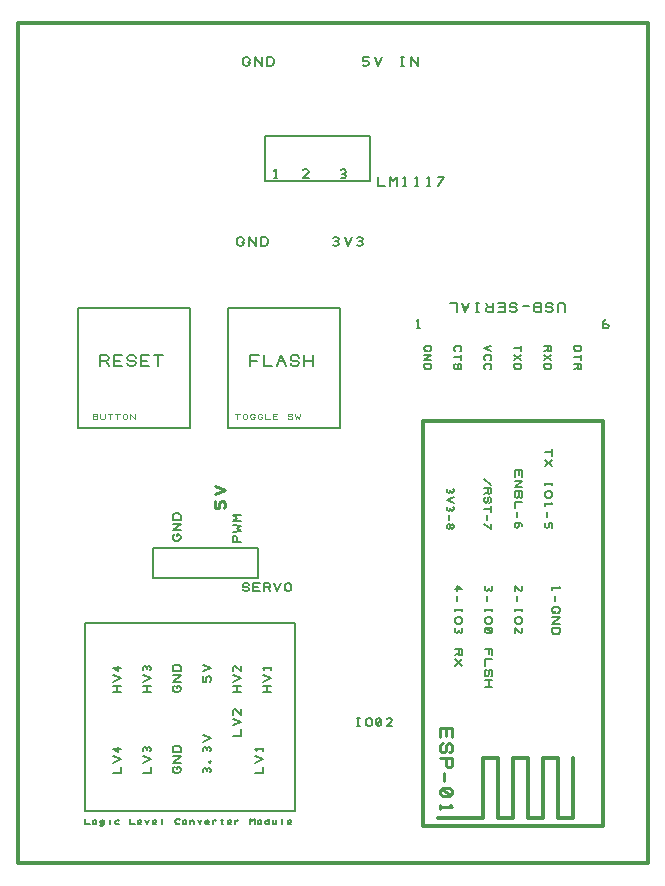
<source format=gbr>
G04 DesignSpark PCB Gerber Version 10.0 Build 5299*
G04 #@! TF.Part,Single*
G04 #@! TF.FileFunction,Legend,Top*
G04 #@! TF.FilePolarity,Positive*
%FSLAX35Y35*%
%MOIN*%
%ADD74C,0.00300*%
%ADD19C,0.00500*%
%ADD21C,0.00600*%
%ADD20C,0.00700*%
%ADD71C,0.00800*%
%ADD28C,0.00900*%
%ADD70C,0.01000*%
%ADD18C,0.01200*%
G04 #@! TD.AperFunction*
X0Y0D02*
D02*
D18*
X600Y600D02*
X210600D01*
Y280600D01*
X600D01*
Y600D01*
X140600Y15600D02*
X155600D01*
Y35600D01*
X160600D01*
Y15600D01*
X165600D01*
Y35600D01*
X170600D01*
Y15600D01*
X175600D01*
Y35600D01*
X180600D01*
Y15600D01*
X185600D01*
Y35600D01*
X195600Y148100D02*
X135600D01*
Y13100D01*
X195600D01*
Y148100D01*
D02*
D19*
X20600Y145600D02*
X58100D01*
Y185600D01*
X20600D01*
Y145600D01*
X23100Y15444D02*
Y13569D01*
X24663D01*
X25600Y14037D02*
X25756Y13725D01*
X26069Y13569D01*
X26381D01*
X26694Y13725D01*
X26850Y14037D01*
Y14350D01*
X26694Y14663D01*
X26381Y14819D01*
X26069D01*
X25756Y14663D01*
X25600Y14350D01*
Y14037D01*
X29350Y14350D02*
X29194Y14663D01*
X28881Y14819D01*
X28569D01*
X28256Y14663D01*
X28100Y14350D01*
Y14194D01*
X28256Y13881D01*
X28569Y13725D01*
X28881D01*
X29194Y13881D01*
X29350Y14194D01*
Y14819D02*
Y13569D01*
X29194Y13256D01*
X28881Y13100D01*
X28413D01*
X28100Y13256D01*
X31225Y13569D02*
Y14819D01*
Y15287D02*
X34350Y14663D02*
X34037Y14819D01*
X33569D01*
X33256Y14663D01*
X33100Y14350D01*
Y14037D01*
X33256Y13725D01*
X33569Y13569D01*
X34037D01*
X34350Y13725D01*
X38100Y15444D02*
Y13569D01*
X39663D01*
X41850Y13725D02*
X41694Y13569D01*
X41381D01*
X41069D01*
X40756Y13725D01*
X40600Y14037D01*
Y14506D01*
X40756Y14663D01*
X41069Y14819D01*
X41381D01*
X41694Y14663D01*
X41850Y14506D01*
Y14350D01*
X41694Y14194D01*
X41381Y14037D01*
X41069D01*
X40756Y14194D01*
X40600Y14350D01*
X43100Y14819D02*
X43725Y13569D01*
X44350Y14819D01*
X46850Y13725D02*
X46694Y13569D01*
X46381D01*
X46069D01*
X45756Y13725D01*
X45600Y14037D01*
Y14506D01*
X45756Y14663D01*
X46069Y14819D01*
X46381D01*
X46694Y14663D01*
X46850Y14506D01*
Y14350D01*
X46694Y14194D01*
X46381Y14037D01*
X46069D01*
X45756Y14194D01*
X45600Y14350D01*
X48881Y13569D02*
X48725D01*
Y15444D01*
X54663Y13881D02*
X54506Y13725D01*
X54194Y13569D01*
X53725D01*
X53413Y13725D01*
X53256Y13881D01*
X53100Y14194D01*
Y14819D01*
X53256Y15131D01*
X53413Y15287D01*
X53725Y15444D01*
X54194D01*
X54506Y15287D01*
X54663Y15131D01*
X55600Y14037D02*
X55756Y13725D01*
X56069Y13569D01*
X56381D01*
X56694Y13725D01*
X56850Y14037D01*
Y14350D01*
X56694Y14663D01*
X56381Y14819D01*
X56069D01*
X55756Y14663D01*
X55600Y14350D01*
Y14037D01*
X58100Y13569D02*
Y14819D01*
Y14350D02*
X58256Y14663D01*
X58569Y14819D01*
X58881D01*
X59194Y14663D01*
X59350Y14350D01*
Y13569D01*
X60600Y14819D02*
X61225Y13569D01*
X61850Y14819D01*
X64350Y13725D02*
X64194Y13569D01*
X63881D01*
X63569D01*
X63256Y13725D01*
X63100Y14037D01*
Y14506D01*
X63256Y14663D01*
X63569Y14819D01*
X63881D01*
X64194Y14663D01*
X64350Y14506D01*
Y14350D01*
X64194Y14194D01*
X63881Y14037D01*
X63569D01*
X63256Y14194D01*
X63100Y14350D01*
X65600Y13569D02*
Y14819D01*
Y14350D02*
X65756Y14663D01*
X66069Y14819D01*
X66381D01*
X66694Y14663D01*
X68360Y14819D02*
X69090D01*
X68725Y15131D02*
Y13725D01*
X68881Y13569D01*
X69037D01*
X69194Y13725D01*
X71850D02*
X71694Y13569D01*
X71381D01*
X71069D01*
X70756Y13725D01*
X70600Y14037D01*
Y14506D01*
X70756Y14663D01*
X71069Y14819D01*
X71381D01*
X71694Y14663D01*
X71850Y14506D01*
Y14350D01*
X71694Y14194D01*
X71381Y14037D01*
X71069D01*
X70756Y14194D01*
X70600Y14350D01*
X73100Y13569D02*
Y14819D01*
Y14350D02*
X73256Y14663D01*
X73569Y14819D01*
X73881D01*
X74194Y14663D01*
X78100Y13569D02*
Y15444D01*
X78881Y14506D01*
X79663Y15444D01*
Y13569D01*
X80600Y14037D02*
X80756Y13725D01*
X81069Y13569D01*
X81381D01*
X81694Y13725D01*
X81850Y14037D01*
Y14350D01*
X81694Y14663D01*
X81381Y14819D01*
X81069D01*
X80756Y14663D01*
X80600Y14350D01*
Y14037D01*
X84350Y14350D02*
X84194Y14663D01*
X83881Y14819D01*
X83569D01*
X83256Y14663D01*
X83100Y14350D01*
Y14037D01*
X83256Y13725D01*
X83569Y13569D01*
X83881D01*
X84194Y13725D01*
X84350Y14037D01*
Y13569D02*
Y15444D01*
X85600Y14819D02*
Y14037D01*
X85756Y13725D01*
X86069Y13569D01*
X86381D01*
X86694Y13725D01*
X86850Y14037D01*
Y14819D02*
Y13569D01*
X88881D02*
X88725D01*
Y15444D01*
X91850Y13725D02*
X91694Y13569D01*
X91381D01*
X91069D01*
X90756Y13725D01*
X90600Y14037D01*
Y14506D01*
X90756Y14663D01*
X91069Y14819D01*
X91381D01*
X91694Y14663D01*
X91850Y14506D01*
Y14350D01*
X91694Y14194D01*
X91381Y14037D01*
X91069D01*
X90756Y14194D01*
X90600Y14350D01*
X23100Y18100D02*
X93100D01*
Y80600D01*
X23100D01*
Y18100D01*
X32319Y30600D02*
X34944D01*
Y32787D01*
X32319Y34100D02*
X34944Y35194D01*
X32319Y36287D01*
X34944Y38694D02*
X32319D01*
X34069Y37600D01*
Y39350D01*
X34944Y57600D02*
X32319D01*
X33631D02*
Y59787D01*
X34944D02*
X32319D01*
Y61100D02*
X34944Y62194D01*
X32319Y63287D01*
X34944Y65694D02*
X32319D01*
X34069Y64600D01*
Y66350D01*
X42319Y30600D02*
X44944D01*
Y32787D01*
X42319Y34100D02*
X44944Y35194D01*
X42319Y36287D01*
X44725Y37819D02*
X44944Y38256D01*
Y38694D01*
X44725Y39131D01*
X44287Y39350D01*
X43850Y39131D01*
X43631Y38694D01*
Y38256D01*
Y38694D02*
X43413Y39131D01*
X42975Y39350D01*
X42537Y39131D01*
X42319Y38694D01*
Y38256D01*
X42537Y37819D01*
X44944Y57600D02*
X42319D01*
X43631D02*
Y59787D01*
X44944D02*
X42319D01*
Y61100D02*
X44944Y62194D01*
X42319Y63287D01*
X44725Y64819D02*
X44944Y65256D01*
Y65694D01*
X44725Y66131D01*
X44287Y66350D01*
X43850Y66131D01*
X43631Y65694D01*
Y65256D01*
Y65694D02*
X43413Y66131D01*
X42975Y66350D01*
X42537Y66131D01*
X42319Y65694D01*
Y65256D01*
X42537Y64819D01*
X45600Y95600D02*
X80600D01*
Y105600D01*
X45600D01*
Y95600D01*
X53850Y32131D02*
Y32787D01*
X54069D01*
X54506Y32569D01*
X54725Y32350D01*
X54944Y31913D01*
Y31475D01*
X54725Y31037D01*
X54506Y30819D01*
X54069Y30600D01*
X53194D01*
X52756Y30819D01*
X52537Y31037D01*
X52319Y31475D01*
Y31913D01*
X52537Y32350D01*
X52756Y32569D01*
X53194Y32787D01*
X54944Y34100D02*
X52319D01*
X54944Y36287D01*
X52319D01*
X54944Y37600D02*
X52319D01*
Y38913D01*
X52537Y39350D01*
X52756Y39569D01*
X53194Y39787D01*
X54069D01*
X54506Y39569D01*
X54725Y39350D01*
X54944Y38913D01*
Y37600D01*
X53850Y59131D02*
Y59787D01*
X54069D01*
X54506Y59569D01*
X54725Y59350D01*
X54944Y58913D01*
Y58475D01*
X54725Y58037D01*
X54506Y57819D01*
X54069Y57600D01*
X53194D01*
X52756Y57819D01*
X52537Y58037D01*
X52319Y58475D01*
Y58913D01*
X52537Y59350D01*
X52756Y59569D01*
X53194Y59787D01*
X54944Y61100D02*
X52319D01*
X54944Y63287D01*
X52319D01*
X54944Y64600D02*
X52319D01*
Y65913D01*
X52537Y66350D01*
X52756Y66569D01*
X53194Y66787D01*
X54069D01*
X54506Y66569D01*
X54725Y66350D01*
X54944Y65913D01*
Y64600D01*
X53850Y109631D02*
Y110287D01*
X54069D01*
X54506Y110069D01*
X54725Y109850D01*
X54944Y109413D01*
Y108975D01*
X54725Y108537D01*
X54506Y108319D01*
X54069Y108100D01*
X53194D01*
X52756Y108319D01*
X52537Y108537D01*
X52319Y108975D01*
Y109413D01*
X52537Y109850D01*
X52756Y110069D01*
X53194Y110287D01*
X54944Y111600D02*
X52319D01*
X54944Y113787D01*
X52319D01*
X54944Y115100D02*
X52319D01*
Y116413D01*
X52537Y116850D01*
X52756Y117069D01*
X53194Y117287D01*
X54069D01*
X54506Y117069D01*
X54725Y116850D01*
X54944Y116413D01*
Y115100D01*
X64725Y30819D02*
X64944Y31256D01*
Y31694D01*
X64725Y32131D01*
X64287Y32350D01*
X63850Y32131D01*
X63631Y31694D01*
Y31256D01*
Y31694D02*
X63413Y32131D01*
X62975Y32350D01*
X62537Y32131D01*
X62319Y31694D01*
Y31256D01*
X62537Y30819D01*
X64944Y34319D02*
X64725Y34537D01*
X64506Y34319D01*
X64725Y34100D01*
X64944Y34319D01*
X64725Y37819D02*
X64944Y38256D01*
Y38694D01*
X64725Y39131D01*
X64287Y39350D01*
X63850Y39131D01*
X63631Y38694D01*
Y38256D01*
Y38694D02*
X63413Y39131D01*
X62975Y39350D01*
X62537Y39131D01*
X62319Y38694D01*
Y38256D01*
X62537Y37819D01*
X62319Y41100D02*
X64944Y42194D01*
X62319Y43287D01*
X64725Y61100D02*
X64944Y61537D01*
Y62194D01*
X64725Y62631D01*
X64287Y62850D01*
X64069D01*
X63631Y62631D01*
X63413Y62194D01*
Y61100D01*
X62319D01*
Y62850D01*
Y64600D02*
X64944Y65694D01*
X62319Y66787D01*
X70600Y145600D02*
X108100D01*
Y185600D01*
X70600D01*
Y145600D01*
X72319Y43100D02*
X74944D01*
Y45287D01*
X72319Y46600D02*
X74944Y47694D01*
X72319Y48787D01*
X74944Y51850D02*
Y50100D01*
X73413Y51631D01*
X72975Y51850D01*
X72537Y51631D01*
X72319Y51194D01*
Y50537D01*
X72537Y50100D01*
X74944Y57600D02*
X72319D01*
X73631D02*
Y59787D01*
X74944D02*
X72319D01*
Y61100D02*
X74944Y62194D01*
X72319Y63287D01*
X74944Y66350D02*
Y64600D01*
X73413Y66131D01*
X72975Y66350D01*
X72537Y66131D01*
X72319Y65694D01*
Y65037D01*
X72537Y64600D01*
X75600Y91913D02*
X75819Y91475D01*
X76256Y91256D01*
X77131D01*
X77569Y91475D01*
X77787Y91913D01*
X77569Y92350D01*
X77131Y92569D01*
X76256D01*
X75819Y92787D01*
X75600Y93225D01*
X75819Y93663D01*
X76256Y93881D01*
X77131D01*
X77569Y93663D01*
X77787Y93225D01*
X79100Y91256D02*
Y93881D01*
X81287D01*
X80850Y92569D02*
X79100D01*
Y91256D02*
X81287D01*
X82600D02*
Y93881D01*
X84131D01*
X84569Y93663D01*
X84787Y93225D01*
X84569Y92787D01*
X84131Y92569D01*
X82600D01*
X84131D02*
X84787Y91256D01*
X86100Y93881D02*
X87194Y91256D01*
X88287Y93881D01*
X89600Y92131D02*
Y93006D01*
X89819Y93444D01*
X90037Y93663D01*
X90475Y93881D01*
X90913D01*
X91350Y93663D01*
X91569Y93444D01*
X91787Y93006D01*
Y92131D01*
X91569Y91694D01*
X91350Y91475D01*
X90913Y91256D01*
X90475D01*
X90037Y91475D01*
X89819Y91694D01*
X89600Y92131D01*
X74944Y107600D02*
X72319D01*
Y109131D01*
X72537Y109569D01*
X72975Y109787D01*
X73413Y109569D01*
X73631Y109131D01*
Y107600D01*
X72319Y111100D02*
X74944Y111319D01*
X73631Y112194D01*
X74944Y113069D01*
X72319Y113287D01*
X74944Y114600D02*
X72319D01*
X73631Y115694D01*
X72319Y116787D01*
X74944D01*
X79819Y30600D02*
X82444D01*
Y32787D01*
X79819Y34100D02*
X82444Y35194D01*
X79819Y36287D01*
X82444Y38037D02*
Y38913D01*
Y38475D02*
X79819D01*
X80256Y38037D01*
X83100Y228100D02*
X118100D01*
Y243100D01*
X83100D01*
Y228100D01*
X84944Y57600D02*
X82319D01*
X83631D02*
Y59787D01*
X84944D02*
X82319D01*
Y61100D02*
X84944Y62194D01*
X82319Y63287D01*
X84944Y65037D02*
Y65913D01*
Y65475D02*
X82319D01*
X82756Y65037D01*
X137100Y171787D02*
Y171225D01*
X136913D01*
X136537Y171413D01*
X136350Y171600D01*
X136163Y171975D01*
Y172350D01*
X136350Y172725D01*
X136537Y172913D01*
X136913Y173100D01*
X137663D01*
X138037Y172913D01*
X138225Y172725D01*
X138413Y172350D01*
Y171975D01*
X138225Y171600D01*
X138037Y171413D01*
X137663Y171225D01*
X136163Y170100D02*
X138413D01*
X136163Y168225D01*
X138413D01*
X136163Y167100D02*
X138413D01*
Y165975D01*
X138225Y165600D01*
X138037Y165413D01*
X137663Y165225D01*
X136913D01*
X136537Y165413D01*
X136350Y165600D01*
X136163Y165975D01*
Y167100D01*
X143850Y125413D02*
X143663Y125037D01*
Y124663D01*
X143850Y124287D01*
X144225Y124100D01*
X144600Y124287D01*
X144787Y124663D01*
Y125037D01*
Y124663D02*
X144975Y124287D01*
X145350Y124100D01*
X145725Y124287D01*
X145913Y124663D01*
Y125037D01*
X145725Y125413D01*
X145913Y122600D02*
X143663Y121663D01*
X145913Y120725D01*
X143850Y119413D02*
X143663Y119037D01*
Y118663D01*
X143850Y118287D01*
X144225Y118100D01*
X144600Y118287D01*
X144787Y118663D01*
Y119037D01*
Y118663D02*
X144975Y118287D01*
X145350Y118100D01*
X145725Y118287D01*
X145913Y118663D01*
Y119037D01*
X145725Y119413D01*
X144413Y116600D02*
Y115100D01*
X144787Y113037D02*
Y112663D01*
X144975Y112287D01*
X145350Y112100D01*
X145725Y112287D01*
X145913Y112663D01*
Y113037D01*
X145725Y113413D01*
X145350Y113600D01*
X144975Y113413D01*
X144787Y113037D01*
X144600Y113413D01*
X144225Y113600D01*
X143850Y113413D01*
X143663Y113037D01*
Y112663D01*
X143850Y112287D01*
X144225Y112100D01*
X144600Y112287D01*
X144787Y112663D01*
X146256Y92006D02*
X148881D01*
X147131Y93100D01*
Y91350D01*
Y89600D02*
Y87850D01*
X146256Y85444D02*
Y84569D01*
Y85006D02*
X148881D01*
Y85444D02*
Y84569D01*
X147131Y82600D02*
X148006D01*
X148444Y82381D01*
X148663Y82163D01*
X148881Y81725D01*
Y81287D01*
X148663Y80850D01*
X148444Y80631D01*
X148006Y80413D01*
X147131D01*
X146694Y80631D01*
X146475Y80850D01*
X146256Y81287D01*
Y81725D01*
X146475Y82163D01*
X146694Y82381D01*
X147131Y82600D01*
X146475Y78881D02*
X146256Y78444D01*
Y78006D01*
X146475Y77569D01*
X146913Y77350D01*
X147350Y77569D01*
X147569Y78006D01*
Y78444D01*
Y78006D02*
X147787Y77569D01*
X148225Y77350D01*
X148663Y77569D01*
X148881Y78006D01*
Y78444D01*
X148663Y78881D01*
X146256Y72100D02*
X148881D01*
Y70569D01*
X148663Y70131D01*
X148225Y69913D01*
X147787Y70131D01*
X147569Y70569D01*
Y72100D01*
Y70569D02*
X146256Y69913D01*
Y68600D02*
X148881Y66413D01*
Y68600D02*
X146256Y66413D01*
X146537Y171225D02*
X146350Y171413D01*
X146163Y171787D01*
Y172350D01*
X146350Y172725D01*
X146537Y172913D01*
X146913Y173100D01*
X147663D01*
X148037Y172913D01*
X148225Y172725D01*
X148413Y172350D01*
Y171787D01*
X148225Y171413D01*
X148037Y171225D01*
X146163Y169163D02*
X148413D01*
Y170100D02*
Y168225D01*
X146725Y167100D02*
X146350Y166913D01*
X146163Y166537D01*
Y165787D01*
X146350Y165413D01*
X146725Y165225D01*
X147100Y165413D01*
X147287Y165787D01*
Y166537D01*
X147475Y166913D01*
X147850Y167100D01*
X148225Y166913D01*
X148413Y166537D01*
Y165787D01*
X148225Y165413D01*
X147850Y165225D01*
X156475Y92881D02*
X156256Y92444D01*
Y92006D01*
X156475Y91569D01*
X156913Y91350D01*
X157350Y91569D01*
X157569Y92006D01*
Y92444D01*
Y92006D02*
X157787Y91569D01*
X158225Y91350D01*
X158663Y91569D01*
X158881Y92006D01*
Y92444D01*
X158663Y92881D01*
X157131Y89600D02*
Y87850D01*
X156256Y85444D02*
Y84569D01*
Y85006D02*
X158881D01*
Y85444D02*
Y84569D01*
X157131Y82600D02*
X158006D01*
X158444Y82381D01*
X158663Y82163D01*
X158881Y81725D01*
Y81287D01*
X158663Y80850D01*
X158444Y80631D01*
X158006Y80413D01*
X157131D01*
X156694Y80631D01*
X156475Y80850D01*
X156256Y81287D01*
Y81725D01*
X156475Y82163D01*
X156694Y82381D01*
X157131Y82600D01*
X156475Y78881D02*
X156256Y78444D01*
Y78006D01*
X156475Y77569D01*
X156913Y77350D01*
X158225D01*
X158663Y77569D01*
X158881Y78006D01*
Y78444D01*
X158663Y78881D01*
X158225Y79100D01*
X156913D01*
X156475Y78881D01*
X158663Y77569D01*
X156256Y72100D02*
X158881D01*
Y69913D01*
X157569Y70350D02*
Y72100D01*
X158881Y68600D02*
X156256D01*
Y66413D01*
X156913Y65100D02*
X156475Y64881D01*
X156256Y64444D01*
Y63569D01*
X156475Y63131D01*
X156913Y62913D01*
X157350Y63131D01*
X157569Y63569D01*
Y64444D01*
X157787Y64881D01*
X158225Y65100D01*
X158663Y64881D01*
X158881Y64444D01*
Y63569D01*
X158663Y63131D01*
X158225Y62913D01*
X156256Y61600D02*
X158881D01*
X157569D02*
Y59413D01*
X156256D02*
X158881D01*
X156163Y128600D02*
X158413Y126725D01*
X156163Y125600D02*
X158413D01*
Y124287D01*
X158225Y123913D01*
X157850Y123725D01*
X157475Y123913D01*
X157287Y124287D01*
Y125600D01*
Y124287D02*
X156163Y123725D01*
X156725Y122600D02*
X156350Y122413D01*
X156163Y122037D01*
Y121287D01*
X156350Y120913D01*
X156725Y120725D01*
X157100Y120913D01*
X157287Y121287D01*
Y122037D01*
X157475Y122413D01*
X157850Y122600D01*
X158225Y122413D01*
X158413Y122037D01*
Y121287D01*
X158225Y120913D01*
X157850Y120725D01*
X156163Y118663D02*
X158413D01*
Y119600D02*
Y117725D01*
X156913Y116600D02*
Y115100D01*
X156163Y113600D02*
X158413Y112100D01*
Y113600D01*
Y173100D02*
X156163Y172163D01*
X158413Y171225D01*
X156537Y168225D02*
X156350Y168413D01*
X156163Y168787D01*
Y169350D01*
X156350Y169725D01*
X156537Y169913D01*
X156913Y170100D01*
X157663D01*
X158037Y169913D01*
X158225Y169725D01*
X158413Y169350D01*
Y168787D01*
X158225Y168413D01*
X158037Y168225D01*
X156537Y165225D02*
X156350Y165413D01*
X156163Y165787D01*
Y166350D01*
X156350Y166725D01*
X156537Y166913D01*
X156913Y167100D01*
X157663D01*
X158037Y166913D01*
X158225Y166725D01*
X158413Y166350D01*
Y165787D01*
X158225Y165413D01*
X158037Y165225D01*
X166256Y91350D02*
Y93100D01*
X167787Y91569D01*
X168225Y91350D01*
X168663Y91569D01*
X168881Y92006D01*
Y92663D01*
X168663Y93100D01*
X167131Y89600D02*
Y87850D01*
X166256Y85444D02*
Y84569D01*
Y85006D02*
X168881D01*
Y85444D02*
Y84569D01*
X167131Y82600D02*
X168006D01*
X168444Y82381D01*
X168663Y82163D01*
X168881Y81725D01*
Y81287D01*
X168663Y80850D01*
X168444Y80631D01*
X168006Y80413D01*
X167131D01*
X166694Y80631D01*
X166475Y80850D01*
X166256Y81287D01*
Y81725D01*
X166475Y82163D01*
X166694Y82381D01*
X167131Y82600D01*
X166256Y77350D02*
Y79100D01*
X167787Y77569D01*
X168225Y77350D01*
X168663Y77569D01*
X168881Y78006D01*
Y78663D01*
X168663Y79100D01*
X166256Y131600D02*
X168881D01*
Y129413D01*
X167569Y129850D02*
Y131600D01*
X166256D02*
Y129413D01*
Y128100D02*
X168881D01*
X166256Y125913D01*
X168881D01*
X167569Y123069D02*
X167350Y122631D01*
X166913Y122413D01*
X166475Y122631D01*
X166256Y123069D01*
Y124600D01*
X168881D01*
Y123069D01*
X168663Y122631D01*
X168225Y122413D01*
X167787Y122631D01*
X167569Y123069D01*
Y124600D01*
X168881Y121100D02*
X166256D01*
Y118913D01*
X167131Y117600D02*
Y115850D01*
X166913Y114100D02*
X167350Y113881D01*
X167569Y113444D01*
Y113006D01*
X167350Y112569D01*
X166913Y112350D01*
X166475Y112569D01*
X166256Y113006D01*
Y113444D01*
X166475Y113881D01*
X166913Y114100D01*
X167569D01*
X168225Y113881D01*
X168663Y113444D01*
X168881Y113006D01*
X166163Y172163D02*
X168413D01*
Y173100D02*
Y171225D01*
X166163Y170100D02*
X168413Y168225D01*
Y170100D02*
X166163Y168225D01*
Y167100D02*
X168413D01*
Y165975D01*
X168225Y165600D01*
X168037Y165413D01*
X167663Y165225D01*
X166913D01*
X166537Y165413D01*
X166350Y165600D01*
X166163Y165975D01*
Y167100D01*
X176256Y137506D02*
X178881D01*
Y138600D02*
Y136413D01*
X176256Y135100D02*
X178881Y132913D01*
Y135100D02*
X176256Y132913D01*
Y127444D02*
Y126569D01*
Y127006D02*
X178881D01*
Y127444D02*
Y126569D01*
X177131Y124600D02*
X178006D01*
X178444Y124381D01*
X178663Y124163D01*
X178881Y123725D01*
Y123287D01*
X178663Y122850D01*
X178444Y122631D01*
X178006Y122413D01*
X177131D01*
X176694Y122631D01*
X176475Y122850D01*
X176256Y123287D01*
Y123725D01*
X176475Y124163D01*
X176694Y124381D01*
X177131Y124600D01*
X176256Y120663D02*
Y119787D01*
Y120225D02*
X178881D01*
X178444Y120663D01*
X177131Y117600D02*
Y115850D01*
X176475Y114100D02*
X176256Y113663D01*
Y113006D01*
X176475Y112569D01*
X176913Y112350D01*
X177131D01*
X177569Y112569D01*
X177787Y113006D01*
Y114100D01*
X178881D01*
Y112350D01*
X176163Y173100D02*
X178413D01*
Y171787D01*
X178225Y171413D01*
X177850Y171225D01*
X177475Y171413D01*
X177287Y171787D01*
Y173100D01*
Y171787D02*
X176163Y171225D01*
Y170100D02*
X178413Y168225D01*
Y170100D02*
X176163Y168225D01*
Y167100D02*
X178413D01*
Y165975D01*
X178225Y165600D01*
X178037Y165413D01*
X177663Y165225D01*
X176913D01*
X176537Y165413D01*
X176350Y165600D01*
X176163Y165975D01*
Y167100D01*
X178756Y92663D02*
Y91787D01*
Y92225D02*
X181381D01*
X180944Y92663D01*
X179631Y89600D02*
Y87850D01*
X179850Y84569D02*
Y83913D01*
X179631D01*
X179194Y84131D01*
X178975Y84350D01*
X178756Y84787D01*
Y85225D01*
X178975Y85663D01*
X179194Y85881D01*
X179631Y86100D01*
X180506D01*
X180944Y85881D01*
X181163Y85663D01*
X181381Y85225D01*
Y84787D01*
X181163Y84350D01*
X180944Y84131D01*
X180506Y83913D01*
X178756Y82600D02*
X181381D01*
X178756Y80413D01*
X181381D01*
X178756Y79100D02*
X181381D01*
Y77787D01*
X181163Y77350D01*
X180944Y77131D01*
X180506Y76913D01*
X179631D01*
X179194Y77131D01*
X178975Y77350D01*
X178756Y77787D01*
Y79100D01*
X186163Y173100D02*
X188413D01*
Y171975D01*
X188225Y171600D01*
X188037Y171413D01*
X187663Y171225D01*
X186913D01*
X186537Y171413D01*
X186350Y171600D01*
X186163Y171975D01*
Y173100D01*
Y169163D02*
X188413D01*
Y170100D02*
Y168225D01*
X186163Y167100D02*
X188413D01*
Y165787D01*
X188225Y165413D01*
X187850Y165225D01*
X187475Y165413D01*
X187287Y165787D01*
Y167100D01*
Y165787D02*
X186163Y165225D01*
D02*
D70*
X141537Y45600D02*
X145287D01*
Y42475D01*
X143413Y43100D02*
Y45600D01*
X141537D02*
Y42475D01*
X142475Y40600D02*
X141850Y40287D01*
X141537Y39663D01*
Y38413D01*
X141850Y37787D01*
X142475Y37475D01*
X143100Y37787D01*
X143413Y38413D01*
Y39663D01*
X143725Y40287D01*
X144350Y40600D01*
X144975Y40287D01*
X145287Y39663D01*
Y38413D01*
X144975Y37787D01*
X144350Y37475D01*
X141537Y35600D02*
X145287D01*
Y33413D01*
X144975Y32787D01*
X144350Y32475D01*
X143725Y32787D01*
X143413Y33413D01*
Y35600D01*
X142787Y30600D02*
Y28100D01*
X141850Y25287D02*
X141537Y24663D01*
Y24037D01*
X141850Y23413D01*
X142475Y23100D01*
X144350D01*
X144975Y23413D01*
X145287Y24037D01*
Y24663D01*
X144975Y25287D01*
X144350Y25600D01*
X142475D01*
X141850Y25287D01*
X144975Y23413D01*
X141537Y19975D02*
Y18725D01*
Y19350D02*
X145287D01*
X144663Y19975D01*
D02*
D71*
X183100Y184350D02*
Y186600D01*
X182850Y187100D01*
X182350Y187350D01*
X181350D01*
X180850Y187100D01*
X180600Y186600D01*
Y184350D01*
X179100Y186600D02*
X178850Y187100D01*
X178350Y187350D01*
X177350D01*
X176850Y187100D01*
X176600Y186600D01*
X176850Y186100D01*
X177350Y185850D01*
X178350D01*
X178850Y185600D01*
X179100Y185100D01*
X178850Y184600D01*
X178350Y184350D01*
X177350D01*
X176850Y184600D01*
X176600Y185100D01*
X173350Y185850D02*
X172850Y186100D01*
X172600Y186600D01*
X172850Y187100D01*
X173350Y187350D01*
X175100D01*
Y184350D01*
X173350D01*
X172850Y184600D01*
X172600Y185100D01*
X172850Y185600D01*
X173350Y185850D01*
X175100D01*
X171100Y186350D02*
X169100D01*
X167100Y186600D02*
X166850Y187100D01*
X166350Y187350D01*
X165350D01*
X164850Y187100D01*
X164600Y186600D01*
X164850Y186100D01*
X165350Y185850D01*
X166350D01*
X166850Y185600D01*
X167100Y185100D01*
X166850Y184600D01*
X166350Y184350D01*
X165350D01*
X164850Y184600D01*
X164600Y185100D01*
X163100Y187350D02*
Y184350D01*
X160600D01*
X161100Y185850D02*
X163100D01*
Y187350D02*
X160600D01*
X159100D02*
Y184350D01*
X157350D01*
X156850Y184600D01*
X156600Y185100D01*
X156850Y185600D01*
X157350Y185850D01*
X159100D01*
X157350D02*
X156600Y187350D01*
X154350D02*
X153350D01*
X153850D02*
Y184350D01*
X154350D02*
X153350D01*
X151100Y187350D02*
X149850Y184350D01*
X148600Y187350D01*
X150600Y186100D02*
X149100D01*
X147100Y184350D02*
Y187350D01*
X144600D01*
D02*
D20*
X77350Y267600D02*
X78100D01*
Y267350D01*
X77850Y266850D01*
X77600Y266600D01*
X77100Y266350D01*
X76600D01*
X76100Y266600D01*
X75850Y266850D01*
X75600Y267350D01*
Y268350D01*
X75850Y268850D01*
X76100Y269100D01*
X76600Y269350D01*
X77100D01*
X77600Y269100D01*
X77850Y268850D01*
X78100Y268350D01*
X79600Y266350D02*
Y269350D01*
X82100Y266350D01*
Y269350D01*
X83600Y266350D02*
Y269350D01*
X85100D01*
X85600Y269100D01*
X85850Y268850D01*
X86100Y268350D01*
Y267350D01*
X85850Y266850D01*
X85600Y266600D01*
X85100Y266350D01*
X83600D01*
X75350Y207600D02*
X76100D01*
Y207350D01*
X75850Y206850D01*
X75600Y206600D01*
X75100Y206350D01*
X74600D01*
X74100Y206600D01*
X73850Y206850D01*
X73600Y207350D01*
Y208350D01*
X73850Y208850D01*
X74100Y209100D01*
X74600Y209350D01*
X75100D01*
X75600Y209100D01*
X75850Y208850D01*
X76100Y208350D01*
X77600Y206350D02*
Y209350D01*
X80100Y206350D01*
Y209350D01*
X81600Y206350D02*
Y209350D01*
X83100D01*
X83600Y209100D01*
X83850Y208850D01*
X84100Y208350D01*
Y207350D01*
X83850Y206850D01*
X83600Y206600D01*
X83100Y206350D01*
X81600D01*
X86100Y228850D02*
X87100D01*
X86600D02*
Y231850D01*
X86100Y231350D01*
X97600Y228850D02*
X95600D01*
X97350Y230600D01*
X97600Y231100D01*
X97350Y231600D01*
X96850Y231850D01*
X96100D01*
X95600Y231600D01*
X105850Y206600D02*
X106350Y206350D01*
X106850D01*
X107350Y206600D01*
X107600Y207100D01*
X107350Y207600D01*
X106850Y207850D01*
X106350D01*
X106850D02*
X107350Y208100D01*
X107600Y208600D01*
X107350Y209100D01*
X106850Y209350D01*
X106350D01*
X105850Y209100D01*
X109600Y209350D02*
X110850Y206350D01*
X112100Y209350D01*
X113850Y206600D02*
X114350Y206350D01*
X114850D01*
X115350Y206600D01*
X115600Y207100D01*
X115350Y207600D01*
X114850Y207850D01*
X114350D01*
X114850D02*
X115350Y208100D01*
X115600Y208600D01*
X115350Y209100D01*
X114850Y209350D01*
X114350D01*
X113850Y209100D01*
X108350Y229100D02*
X108850Y228850D01*
X109350D01*
X109850Y229100D01*
X110100Y229600D01*
X109850Y230100D01*
X109350Y230350D01*
X108850D01*
X109350D02*
X109850Y230600D01*
X110100Y231100D01*
X109850Y231600D01*
X109350Y231850D01*
X108850D01*
X108350Y231600D01*
X115600Y266600D02*
X116100Y266350D01*
X116850D01*
X117350Y266600D01*
X117600Y267100D01*
Y267350D01*
X117350Y267850D01*
X116850Y268100D01*
X115600D01*
Y269350D01*
X117600D01*
X119600D02*
X120850Y266350D01*
X122100Y269350D01*
X128350Y266350D02*
X129350D01*
X128850D02*
Y269350D01*
X128350D02*
X129350D01*
X131600Y266350D02*
Y269350D01*
X134100Y266350D01*
Y269350D01*
X120600Y229350D02*
Y226350D01*
X123100D01*
X124600D02*
Y229350D01*
X125850Y227850D01*
X127100Y229350D01*
Y226350D01*
X129100D02*
X130100D01*
X129600D02*
Y229350D01*
X129100Y228850D01*
X133100Y226350D02*
X134100D01*
X133600D02*
Y229350D01*
X133100Y228850D01*
X137100Y226350D02*
X138100D01*
X137600D02*
Y229350D01*
X137100Y228850D01*
X140600Y226350D02*
X142600Y229350D01*
X140600D01*
X133600Y178850D02*
X134600D01*
X134100D02*
Y181850D01*
X133600Y181350D01*
X195600Y179600D02*
X195850Y180100D01*
X196350Y180350D01*
X196850D01*
X197350Y180100D01*
X197600Y179600D01*
X197350Y179100D01*
X196850Y178850D01*
X196350D01*
X195850Y179100D01*
X195600Y179600D01*
Y180350D01*
X195850Y181100D01*
X196350Y181600D01*
X196850Y181850D01*
D02*
D21*
X28100Y166444D02*
Y169819D01*
X30069D01*
X30631Y169537D01*
X30913Y168975D01*
X30631Y168413D01*
X30069Y168131D01*
X28100D01*
X30069D02*
X30913Y166444D01*
X32600D02*
Y169819D01*
X35413D01*
X34850Y168131D02*
X32600D01*
Y166444D02*
X35413D01*
X37100Y167287D02*
X37381Y166725D01*
X37944Y166444D01*
X39069D01*
X39631Y166725D01*
X39913Y167287D01*
X39631Y167850D01*
X39069Y168131D01*
X37944D01*
X37381Y168413D01*
X37100Y168975D01*
X37381Y169537D01*
X37944Y169819D01*
X39069D01*
X39631Y169537D01*
X39913Y168975D01*
X41600Y166444D02*
Y169819D01*
X44413D01*
X43850Y168131D02*
X41600D01*
Y166444D02*
X44413D01*
X47506D02*
Y169819D01*
X46100D02*
X48913D01*
X78100Y166444D02*
Y169819D01*
X80913D01*
X80350Y168131D02*
X78100D01*
X82600Y169819D02*
Y166444D01*
X85413D01*
X87100D02*
X88506Y169819D01*
X89913Y166444D01*
X87663Y167850D02*
X89350D01*
X91600Y167287D02*
X91881Y166725D01*
X92444Y166444D01*
X93569D01*
X94131Y166725D01*
X94413Y167287D01*
X94131Y167850D01*
X93569Y168131D01*
X92444D01*
X91881Y168413D01*
X91600Y168975D01*
X91881Y169537D01*
X92444Y169819D01*
X93569D01*
X94131Y169537D01*
X94413Y168975D01*
X96100Y166444D02*
Y169819D01*
Y168131D02*
X98913D01*
Y166444D02*
Y169819D01*
X113756Y46256D02*
X114631D01*
X114194D02*
Y48881D01*
X113756D02*
X114631D01*
X116600Y47131D02*
Y48006D01*
X116819Y48444D01*
X117037Y48663D01*
X117475Y48881D01*
X117913D01*
X118350Y48663D01*
X118569Y48444D01*
X118787Y48006D01*
Y47131D01*
X118569Y46694D01*
X118350Y46475D01*
X117913Y46256D01*
X117475D01*
X117037Y46475D01*
X116819Y46694D01*
X116600Y47131D01*
X120319Y46475D02*
X120756Y46256D01*
X121194D01*
X121631Y46475D01*
X121850Y46913D01*
Y48225D01*
X121631Y48663D01*
X121194Y48881D01*
X120756D01*
X120319Y48663D01*
X120100Y48225D01*
Y46913D01*
X120319Y46475D01*
X121631Y48663D01*
X125350Y46256D02*
X123600D01*
X125131Y47787D01*
X125350Y48225D01*
X125131Y48663D01*
X124694Y48881D01*
X124037D01*
X123600Y48663D01*
D02*
D28*
X69475Y119100D02*
X69756Y119663D01*
Y120506D01*
X69475Y121069D01*
X68913Y121350D01*
X68631D01*
X68069Y121069D01*
X67787Y120506D01*
Y119100D01*
X66381D01*
Y121350D01*
Y123600D02*
X69756Y125006D01*
X66381Y126413D01*
D02*
D74*
X26694Y149506D02*
X27006Y149350D01*
X27163Y149037D01*
X27006Y148725D01*
X26694Y148569D01*
X25600D01*
Y150444D01*
X26694D01*
X27006Y150287D01*
X27163Y149975D01*
X27006Y149663D01*
X26694Y149506D01*
X25600D01*
X28100Y150444D02*
Y149037D01*
X28256Y148725D01*
X28569Y148569D01*
X29194D01*
X29506Y148725D01*
X29663Y149037D01*
Y150444D01*
X31381Y148569D02*
Y150444D01*
X30600D02*
X32163D01*
X33881Y148569D02*
Y150444D01*
X33100D02*
X34663D01*
X35600Y149194D02*
Y149819D01*
X35756Y150131D01*
X35913Y150287D01*
X36225Y150444D01*
X36537D01*
X36850Y150287D01*
X37006Y150131D01*
X37163Y149819D01*
Y149194D01*
X37006Y148881D01*
X36850Y148725D01*
X36537Y148569D01*
X36225D01*
X35913Y148725D01*
X35756Y148881D01*
X35600Y149194D01*
X38100Y148569D02*
Y150444D01*
X39663Y148569D01*
Y150444D01*
X73881Y148569D02*
Y150444D01*
X73100D02*
X74663D01*
X75600Y149194D02*
Y149819D01*
X75756Y150131D01*
X75913Y150287D01*
X76225Y150444D01*
X76537D01*
X76850Y150287D01*
X77006Y150131D01*
X77163Y149819D01*
Y149194D01*
X77006Y148881D01*
X76850Y148725D01*
X76537Y148569D01*
X76225D01*
X75913Y148725D01*
X75756Y148881D01*
X75600Y149194D01*
X79194Y149350D02*
X79663D01*
Y149194D01*
X79506Y148881D01*
X79350Y148725D01*
X79037Y148569D01*
X78725D01*
X78413Y148725D01*
X78256Y148881D01*
X78100Y149194D01*
Y149819D01*
X78256Y150131D01*
X78413Y150287D01*
X78725Y150444D01*
X79037D01*
X79350Y150287D01*
X79506Y150131D01*
X79663Y149819D01*
X81694Y149350D02*
X82163D01*
Y149194D01*
X82006Y148881D01*
X81850Y148725D01*
X81537Y148569D01*
X81225D01*
X80913Y148725D01*
X80756Y148881D01*
X80600Y149194D01*
Y149819D01*
X80756Y150131D01*
X80913Y150287D01*
X81225Y150444D01*
X81537D01*
X81850Y150287D01*
X82006Y150131D01*
X82163Y149819D01*
X83100Y150444D02*
Y148569D01*
X84663D01*
X85600D02*
Y150444D01*
X87163D01*
X86850Y149506D02*
X85600D01*
Y148569D02*
X87163D01*
X90600Y149037D02*
X90756Y148725D01*
X91069Y148569D01*
X91694D01*
X92006Y148725D01*
X92163Y149037D01*
X92006Y149350D01*
X91694Y149506D01*
X91069D01*
X90756Y149663D01*
X90600Y149975D01*
X90756Y150287D01*
X91069Y150444D01*
X91694D01*
X92006Y150287D01*
X92163Y149975D01*
X93100Y150444D02*
X93256Y148569D01*
X93881Y149506D01*
X94506Y148569D01*
X94663Y150444D01*
X0Y0D02*
M02*

</source>
